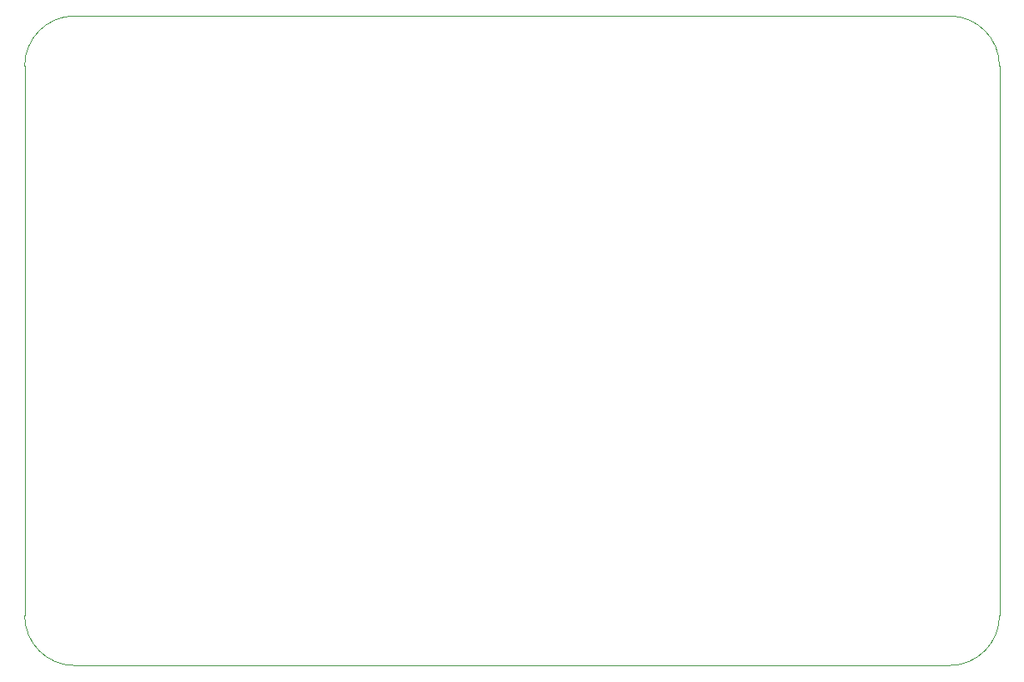
<source format=gbr>
G04 #@! TF.GenerationSoftware,KiCad,Pcbnew,6.0.2*
G04 #@! TF.CreationDate,2022-03-14T21:08:12+11:00*
G04 #@! TF.ProjectId,sr32gpo,73723332-6770-46f2-9e6b-696361645f70,rev?*
G04 #@! TF.SameCoordinates,Original*
G04 #@! TF.FileFunction,Profile,NP*
%FSLAX46Y46*%
G04 Gerber Fmt 4.6, Leading zero omitted, Abs format (unit mm)*
G04 Created by KiCad (PCBNEW 6.0.2) date 2022-03-14 21:08:12*
%MOMM*%
%LPD*%
G01*
G04 APERTURE LIST*
G04 #@! TA.AperFunction,Profile*
%ADD10C,0.050000*%
G04 #@! TD*
G04 APERTURE END LIST*
D10*
X167640000Y-40640000D02*
X78740000Y-40640000D01*
X73660000Y-101600000D02*
G75*
G03*
X78740000Y-106680000I5080002J2D01*
G01*
X78740000Y-106680000D02*
X167640000Y-106680000D01*
X172720000Y-101600000D02*
X172720000Y-45720000D01*
X78740000Y-40640000D02*
G75*
G03*
X73660000Y-45720000I2J-5080002D01*
G01*
X167640000Y-106680000D02*
G75*
G03*
X172720000Y-101600000I-2J5080002D01*
G01*
X73660000Y-45720000D02*
X73660000Y-101600000D01*
X172720000Y-45720000D02*
G75*
G03*
X167640000Y-40640000I-5080002J-2D01*
G01*
M02*

</source>
